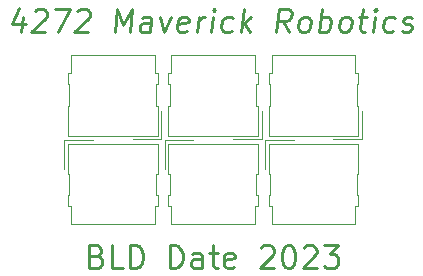
<source format=gbr>
%TF.GenerationSoftware,KiCad,Pcbnew,(6.0.7)*%
%TF.CreationDate,2022-11-15T19:19:08-05:00*%
%TF.ProjectId,4272Pwr_Sub_Dist,34323732-5077-4725-9f53-75625f446973,rev?*%
%TF.SameCoordinates,Original*%
%TF.FileFunction,Legend,Top*%
%TF.FilePolarity,Positive*%
%FSLAX46Y46*%
G04 Gerber Fmt 4.6, Leading zero omitted, Abs format (unit mm)*
G04 Created by KiCad (PCBNEW (6.0.7)) date 2022-11-15 19:19:08*
%MOMM*%
%LPD*%
G01*
G04 APERTURE LIST*
%ADD10C,0.254000*%
%ADD11C,0.120000*%
G04 APERTURE END LIST*
D10*
X130657500Y-69863928D02*
X130929642Y-69954642D01*
X131020357Y-70045357D01*
X131111071Y-70226785D01*
X131111071Y-70498928D01*
X131020357Y-70680357D01*
X130929642Y-70771071D01*
X130748214Y-70861785D01*
X130022500Y-70861785D01*
X130022500Y-68956785D01*
X130657500Y-68956785D01*
X130838928Y-69047500D01*
X130929642Y-69138214D01*
X131020357Y-69319642D01*
X131020357Y-69501071D01*
X130929642Y-69682500D01*
X130838928Y-69773214D01*
X130657500Y-69863928D01*
X130022500Y-69863928D01*
X132834642Y-70861785D02*
X131927500Y-70861785D01*
X131927500Y-68956785D01*
X133469642Y-70861785D02*
X133469642Y-68956785D01*
X133923214Y-68956785D01*
X134195357Y-69047500D01*
X134376785Y-69228928D01*
X134467500Y-69410357D01*
X134558214Y-69773214D01*
X134558214Y-70045357D01*
X134467500Y-70408214D01*
X134376785Y-70589642D01*
X134195357Y-70771071D01*
X133923214Y-70861785D01*
X133469642Y-70861785D01*
X136826071Y-70861785D02*
X136826071Y-68956785D01*
X137279642Y-68956785D01*
X137551785Y-69047500D01*
X137733214Y-69228928D01*
X137823928Y-69410357D01*
X137914642Y-69773214D01*
X137914642Y-70045357D01*
X137823928Y-70408214D01*
X137733214Y-70589642D01*
X137551785Y-70771071D01*
X137279642Y-70861785D01*
X136826071Y-70861785D01*
X139547500Y-70861785D02*
X139547500Y-69863928D01*
X139456785Y-69682500D01*
X139275357Y-69591785D01*
X138912500Y-69591785D01*
X138731071Y-69682500D01*
X139547500Y-70771071D02*
X139366071Y-70861785D01*
X138912500Y-70861785D01*
X138731071Y-70771071D01*
X138640357Y-70589642D01*
X138640357Y-70408214D01*
X138731071Y-70226785D01*
X138912500Y-70136071D01*
X139366071Y-70136071D01*
X139547500Y-70045357D01*
X140182500Y-69591785D02*
X140908214Y-69591785D01*
X140454642Y-68956785D02*
X140454642Y-70589642D01*
X140545357Y-70771071D01*
X140726785Y-70861785D01*
X140908214Y-70861785D01*
X142268928Y-70771071D02*
X142087500Y-70861785D01*
X141724642Y-70861785D01*
X141543214Y-70771071D01*
X141452500Y-70589642D01*
X141452500Y-69863928D01*
X141543214Y-69682500D01*
X141724642Y-69591785D01*
X142087500Y-69591785D01*
X142268928Y-69682500D01*
X142359642Y-69863928D01*
X142359642Y-70045357D01*
X141452500Y-70226785D01*
X144536785Y-69138214D02*
X144627500Y-69047500D01*
X144808928Y-68956785D01*
X145262500Y-68956785D01*
X145443928Y-69047500D01*
X145534642Y-69138214D01*
X145625357Y-69319642D01*
X145625357Y-69501071D01*
X145534642Y-69773214D01*
X144446071Y-70861785D01*
X145625357Y-70861785D01*
X146804642Y-68956785D02*
X146986071Y-68956785D01*
X147167500Y-69047500D01*
X147258214Y-69138214D01*
X147348928Y-69319642D01*
X147439642Y-69682500D01*
X147439642Y-70136071D01*
X147348928Y-70498928D01*
X147258214Y-70680357D01*
X147167500Y-70771071D01*
X146986071Y-70861785D01*
X146804642Y-70861785D01*
X146623214Y-70771071D01*
X146532500Y-70680357D01*
X146441785Y-70498928D01*
X146351071Y-70136071D01*
X146351071Y-69682500D01*
X146441785Y-69319642D01*
X146532500Y-69138214D01*
X146623214Y-69047500D01*
X146804642Y-68956785D01*
X148165357Y-69138214D02*
X148256071Y-69047500D01*
X148437500Y-68956785D01*
X148891071Y-68956785D01*
X149072500Y-69047500D01*
X149163214Y-69138214D01*
X149253928Y-69319642D01*
X149253928Y-69501071D01*
X149163214Y-69773214D01*
X148074642Y-70861785D01*
X149253928Y-70861785D01*
X149888928Y-68956785D02*
X151068214Y-68956785D01*
X150433214Y-69682500D01*
X150705357Y-69682500D01*
X150886785Y-69773214D01*
X150977500Y-69863928D01*
X151068214Y-70045357D01*
X151068214Y-70498928D01*
X150977500Y-70680357D01*
X150886785Y-70771071D01*
X150705357Y-70861785D01*
X150161071Y-70861785D01*
X149979642Y-70771071D01*
X149888928Y-70680357D01*
X124421970Y-49591785D02*
X124263220Y-50861785D01*
X124059112Y-48866071D02*
X123435452Y-50226785D01*
X124614737Y-50226785D01*
X125385809Y-49138214D02*
X125487862Y-49047500D01*
X125680630Y-48956785D01*
X126134202Y-48956785D01*
X126304291Y-49047500D01*
X126383666Y-49138214D01*
X126451702Y-49319642D01*
X126429023Y-49501071D01*
X126304291Y-49773214D01*
X125079648Y-50861785D01*
X126258934Y-50861785D01*
X127132059Y-48956785D02*
X128402059Y-48956785D01*
X127347505Y-50861785D01*
X129014380Y-49138214D02*
X129116434Y-49047500D01*
X129309202Y-48956785D01*
X129762773Y-48956785D01*
X129932862Y-49047500D01*
X130012237Y-49138214D01*
X130080273Y-49319642D01*
X130057595Y-49501071D01*
X129932862Y-49773214D01*
X128708220Y-50861785D01*
X129887505Y-50861785D01*
X132155362Y-50861785D02*
X132393487Y-48956785D01*
X132858398Y-50317500D01*
X133663487Y-48956785D01*
X133425362Y-50861785D01*
X135148934Y-50861785D02*
X135273666Y-49863928D01*
X135205630Y-49682500D01*
X135035541Y-49591785D01*
X134672684Y-49591785D01*
X134479916Y-49682500D01*
X135160273Y-50771071D02*
X134967505Y-50861785D01*
X134513934Y-50861785D01*
X134343845Y-50771071D01*
X134275809Y-50589642D01*
X134298487Y-50408214D01*
X134411880Y-50226785D01*
X134604648Y-50136071D01*
X135058220Y-50136071D01*
X135250987Y-50045357D01*
X136033398Y-49591785D02*
X136328220Y-50861785D01*
X136940541Y-49591785D01*
X138244559Y-50771071D02*
X138051791Y-50861785D01*
X137688934Y-50861785D01*
X137518845Y-50771071D01*
X137450809Y-50589642D01*
X137541523Y-49863928D01*
X137654916Y-49682500D01*
X137847684Y-49591785D01*
X138210541Y-49591785D01*
X138380630Y-49682500D01*
X138448666Y-49863928D01*
X138425987Y-50045357D01*
X137496166Y-50226785D01*
X139140362Y-50861785D02*
X139299112Y-49591785D01*
X139253755Y-49954642D02*
X139367148Y-49773214D01*
X139469202Y-49682500D01*
X139661970Y-49591785D01*
X139843398Y-49591785D01*
X140319648Y-50861785D02*
X140478398Y-49591785D01*
X140557773Y-48956785D02*
X140455720Y-49047500D01*
X140535095Y-49138214D01*
X140637148Y-49047500D01*
X140557773Y-48956785D01*
X140535095Y-49138214D01*
X142054559Y-50771071D02*
X141861791Y-50861785D01*
X141498934Y-50861785D01*
X141328845Y-50771071D01*
X141249470Y-50680357D01*
X141181434Y-50498928D01*
X141249470Y-49954642D01*
X141362862Y-49773214D01*
X141464916Y-49682500D01*
X141657684Y-49591785D01*
X142020541Y-49591785D01*
X142190630Y-49682500D01*
X142859648Y-50861785D02*
X143097773Y-48956785D01*
X143131791Y-50136071D02*
X143585362Y-50861785D01*
X143744112Y-49591785D02*
X142927684Y-50317500D01*
X146941791Y-50861785D02*
X146420184Y-49954642D01*
X145853220Y-50861785D02*
X146091345Y-48956785D01*
X146817059Y-48956785D01*
X146987148Y-49047500D01*
X147066523Y-49138214D01*
X147134559Y-49319642D01*
X147100541Y-49591785D01*
X146987148Y-49773214D01*
X146885095Y-49863928D01*
X146692327Y-49954642D01*
X145966612Y-49954642D01*
X148030362Y-50861785D02*
X147860273Y-50771071D01*
X147780898Y-50680357D01*
X147712862Y-50498928D01*
X147780898Y-49954642D01*
X147894291Y-49773214D01*
X147996345Y-49682500D01*
X148189112Y-49591785D01*
X148461255Y-49591785D01*
X148631345Y-49682500D01*
X148710720Y-49773214D01*
X148778755Y-49954642D01*
X148710720Y-50498928D01*
X148597327Y-50680357D01*
X148495273Y-50771071D01*
X148302505Y-50861785D01*
X148030362Y-50861785D01*
X149481791Y-50861785D02*
X149719916Y-48956785D01*
X149629202Y-49682500D02*
X149821970Y-49591785D01*
X150184827Y-49591785D01*
X150354916Y-49682500D01*
X150434291Y-49773214D01*
X150502327Y-49954642D01*
X150434291Y-50498928D01*
X150320898Y-50680357D01*
X150218845Y-50771071D01*
X150026077Y-50861785D01*
X149663220Y-50861785D01*
X149493130Y-50771071D01*
X151477505Y-50861785D02*
X151307416Y-50771071D01*
X151228041Y-50680357D01*
X151160005Y-50498928D01*
X151228041Y-49954642D01*
X151341434Y-49773214D01*
X151443487Y-49682500D01*
X151636255Y-49591785D01*
X151908398Y-49591785D01*
X152078487Y-49682500D01*
X152157862Y-49773214D01*
X152225898Y-49954642D01*
X152157862Y-50498928D01*
X152044470Y-50680357D01*
X151942416Y-50771071D01*
X151749648Y-50861785D01*
X151477505Y-50861785D01*
X152815541Y-49591785D02*
X153541255Y-49591785D01*
X153167059Y-48956785D02*
X152962952Y-50589642D01*
X153030987Y-50771071D01*
X153201077Y-50861785D01*
X153382505Y-50861785D01*
X154017505Y-50861785D02*
X154176255Y-49591785D01*
X154255630Y-48956785D02*
X154153577Y-49047500D01*
X154232952Y-49138214D01*
X154335005Y-49047500D01*
X154255630Y-48956785D01*
X154232952Y-49138214D01*
X155752416Y-50771071D02*
X155559648Y-50861785D01*
X155196791Y-50861785D01*
X155026702Y-50771071D01*
X154947327Y-50680357D01*
X154879291Y-50498928D01*
X154947327Y-49954642D01*
X155060720Y-49773214D01*
X155162773Y-49682500D01*
X155355541Y-49591785D01*
X155718398Y-49591785D01*
X155888487Y-49682500D01*
X156478130Y-50771071D02*
X156648220Y-50861785D01*
X157011077Y-50861785D01*
X157203845Y-50771071D01*
X157317237Y-50589642D01*
X157328577Y-50498928D01*
X157260541Y-50317500D01*
X157090452Y-50226785D01*
X156818309Y-50226785D01*
X156648220Y-50136071D01*
X156580184Y-49954642D01*
X156591523Y-49863928D01*
X156704916Y-49682500D01*
X156897684Y-49591785D01*
X157169827Y-49591785D01*
X157339916Y-49682500D01*
D11*
%TO.C,P6*%
X152800000Y-65660000D02*
X152800000Y-64680000D01*
X144900000Y-62450000D02*
X144900000Y-60040000D01*
X152800000Y-60340000D02*
X145200000Y-60340000D01*
X145200000Y-65660000D02*
X145460000Y-65660000D01*
X145460000Y-67160000D02*
X152540000Y-67160000D01*
X145200000Y-60340000D02*
X145200000Y-62870000D01*
X145330000Y-64680000D02*
X145200000Y-64680000D01*
X152800000Y-62870000D02*
X152800000Y-60340000D01*
X152540000Y-65660000D02*
X152800000Y-65660000D01*
X152540000Y-67160000D02*
X152540000Y-65660000D01*
X145330000Y-62870000D02*
X145330000Y-64680000D01*
X144900000Y-60040000D02*
X147310000Y-60040000D01*
X152800000Y-64680000D02*
X152670000Y-64680000D01*
X145200000Y-64680000D02*
X145200000Y-65660000D01*
X145460000Y-65660000D02*
X145460000Y-67160000D01*
X152670000Y-64680000D02*
X152670000Y-62870000D01*
X152670000Y-62870000D02*
X152800000Y-62870000D01*
X145200000Y-62870000D02*
X145330000Y-62870000D01*
%TO.C,P5*%
X144300000Y-65660000D02*
X144300000Y-64680000D01*
X136400000Y-62450000D02*
X136400000Y-60040000D01*
X144300000Y-60340000D02*
X136700000Y-60340000D01*
X136700000Y-65660000D02*
X136960000Y-65660000D01*
X136960000Y-67160000D02*
X144040000Y-67160000D01*
X136700000Y-60340000D02*
X136700000Y-62870000D01*
X136830000Y-64680000D02*
X136700000Y-64680000D01*
X144300000Y-62870000D02*
X144300000Y-60340000D01*
X144040000Y-65660000D02*
X144300000Y-65660000D01*
X144040000Y-67160000D02*
X144040000Y-65660000D01*
X136830000Y-62870000D02*
X136830000Y-64680000D01*
X136400000Y-60040000D02*
X138810000Y-60040000D01*
X144300000Y-64680000D02*
X144170000Y-64680000D01*
X136700000Y-64680000D02*
X136700000Y-65660000D01*
X136960000Y-65660000D02*
X136960000Y-67160000D01*
X144170000Y-64680000D02*
X144170000Y-62870000D01*
X144170000Y-62870000D02*
X144300000Y-62870000D01*
X136700000Y-62870000D02*
X136830000Y-62870000D01*
%TO.C,P4*%
X135800000Y-65660000D02*
X135800000Y-64680000D01*
X127900000Y-62450000D02*
X127900000Y-60040000D01*
X135800000Y-60340000D02*
X128200000Y-60340000D01*
X128200000Y-65660000D02*
X128460000Y-65660000D01*
X128460000Y-67160000D02*
X135540000Y-67160000D01*
X128200000Y-60340000D02*
X128200000Y-62870000D01*
X128330000Y-64680000D02*
X128200000Y-64680000D01*
X135800000Y-62870000D02*
X135800000Y-60340000D01*
X135540000Y-65660000D02*
X135800000Y-65660000D01*
X135540000Y-67160000D02*
X135540000Y-65660000D01*
X128330000Y-62870000D02*
X128330000Y-64680000D01*
X127900000Y-60040000D02*
X130310000Y-60040000D01*
X135800000Y-64680000D02*
X135670000Y-64680000D01*
X128200000Y-64680000D02*
X128200000Y-65660000D01*
X128460000Y-65660000D02*
X128460000Y-67160000D01*
X135670000Y-64680000D02*
X135670000Y-62870000D01*
X135670000Y-62870000D02*
X135800000Y-62870000D01*
X128200000Y-62870000D02*
X128330000Y-62870000D01*
%TO.C,P3*%
X145200000Y-54340000D02*
X145200000Y-55320000D01*
X153100000Y-57550000D02*
X153100000Y-59960000D01*
X145200000Y-59660000D02*
X152800000Y-59660000D01*
X152800000Y-54340000D02*
X152540000Y-54340000D01*
X152540000Y-52840000D02*
X145460000Y-52840000D01*
X152800000Y-59660000D02*
X152800000Y-57130000D01*
X152670000Y-55320000D02*
X152800000Y-55320000D01*
X145200000Y-57130000D02*
X145200000Y-59660000D01*
X145460000Y-54340000D02*
X145200000Y-54340000D01*
X145460000Y-52840000D02*
X145460000Y-54340000D01*
X152670000Y-57130000D02*
X152670000Y-55320000D01*
X153100000Y-59960000D02*
X150690000Y-59960000D01*
X145200000Y-55320000D02*
X145330000Y-55320000D01*
X152800000Y-55320000D02*
X152800000Y-54340000D01*
X152540000Y-54340000D02*
X152540000Y-52840000D01*
X145330000Y-55320000D02*
X145330000Y-57130000D01*
X145330000Y-57130000D02*
X145200000Y-57130000D01*
X152800000Y-57130000D02*
X152670000Y-57130000D01*
%TO.C,P2*%
X136700000Y-54340000D02*
X136700000Y-55320000D01*
X144600000Y-57550000D02*
X144600000Y-59960000D01*
X136700000Y-59660000D02*
X144300000Y-59660000D01*
X144300000Y-54340000D02*
X144040000Y-54340000D01*
X144040000Y-52840000D02*
X136960000Y-52840000D01*
X144300000Y-59660000D02*
X144300000Y-57130000D01*
X144170000Y-55320000D02*
X144300000Y-55320000D01*
X136700000Y-57130000D02*
X136700000Y-59660000D01*
X136960000Y-54340000D02*
X136700000Y-54340000D01*
X136960000Y-52840000D02*
X136960000Y-54340000D01*
X144170000Y-57130000D02*
X144170000Y-55320000D01*
X144600000Y-59960000D02*
X142190000Y-59960000D01*
X136700000Y-55320000D02*
X136830000Y-55320000D01*
X144300000Y-55320000D02*
X144300000Y-54340000D01*
X144040000Y-54340000D02*
X144040000Y-52840000D01*
X136830000Y-55320000D02*
X136830000Y-57130000D01*
X136830000Y-57130000D02*
X136700000Y-57130000D01*
X144300000Y-57130000D02*
X144170000Y-57130000D01*
%TO.C,P1*%
X128200000Y-54340000D02*
X128200000Y-55320000D01*
X136100000Y-57550000D02*
X136100000Y-59960000D01*
X128200000Y-59660000D02*
X135800000Y-59660000D01*
X135800000Y-54340000D02*
X135540000Y-54340000D01*
X135540000Y-52840000D02*
X128460000Y-52840000D01*
X135800000Y-59660000D02*
X135800000Y-57130000D01*
X135670000Y-55320000D02*
X135800000Y-55320000D01*
X128200000Y-57130000D02*
X128200000Y-59660000D01*
X128460000Y-54340000D02*
X128200000Y-54340000D01*
X128460000Y-52840000D02*
X128460000Y-54340000D01*
X135670000Y-57130000D02*
X135670000Y-55320000D01*
X136100000Y-59960000D02*
X133690000Y-59960000D01*
X128200000Y-55320000D02*
X128330000Y-55320000D01*
X135800000Y-55320000D02*
X135800000Y-54340000D01*
X135540000Y-54340000D02*
X135540000Y-52840000D01*
X128330000Y-55320000D02*
X128330000Y-57130000D01*
X128330000Y-57130000D02*
X128200000Y-57130000D01*
X135800000Y-57130000D02*
X135670000Y-57130000D01*
%TD*%
M02*

</source>
